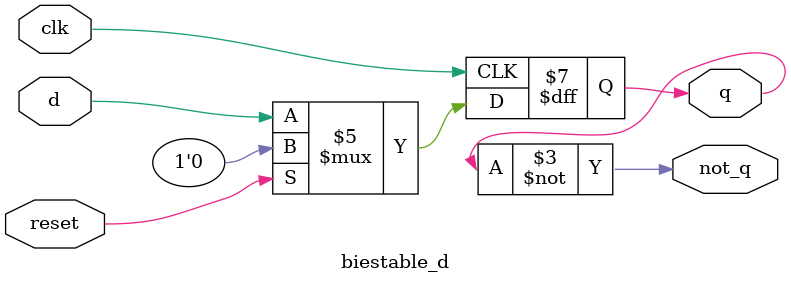
<source format=v>

module biestable_d(
	input clk,
	input reset,
	input d,
	output reg q,
	output not_q);

always @(posedge clk)
begin
	if(reset == 1'b1)
		q <= 1'b0;
	else
		q <= d;
end

assign not_q = ~q;

endmodule

</source>
